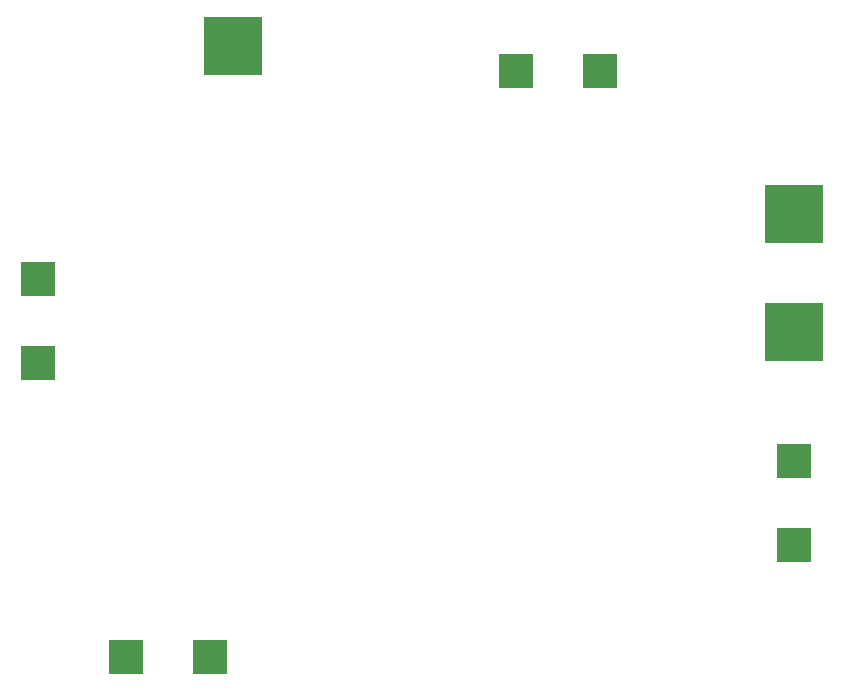
<source format=gbp>
G04 #@! TF.GenerationSoftware,KiCad,Pcbnew,(6.0.10)*
G04 #@! TF.CreationDate,2023-05-03T21:15:51-04:00*
G04 #@! TF.ProjectId,MiniCopterSchematic,4d696e69-436f-4707-9465-72536368656d,v01*
G04 #@! TF.SameCoordinates,Original*
G04 #@! TF.FileFunction,Paste,Bot*
G04 #@! TF.FilePolarity,Positive*
%FSLAX46Y46*%
G04 Gerber Fmt 4.6, Leading zero omitted, Abs format (unit mm)*
G04 Created by KiCad (PCBNEW (6.0.10)) date 2023-05-03 21:15:51*
%MOMM*%
%LPD*%
G01*
G04 APERTURE LIST*
%ADD10R,3.000000X3.000000*%
%ADD11R,5.000000X5.000000*%
G04 APERTURE END LIST*
D10*
X144000000Y-111888000D03*
X144000000Y-119000000D03*
D11*
X96520000Y-76750000D03*
D10*
X87444000Y-128500000D03*
X94556000Y-128500000D03*
D11*
X144000000Y-91000000D03*
X144000000Y-101000000D03*
D10*
X80000000Y-96500000D03*
X80000000Y-103612000D03*
X127612000Y-78900000D03*
X120500000Y-78900000D03*
M02*

</source>
